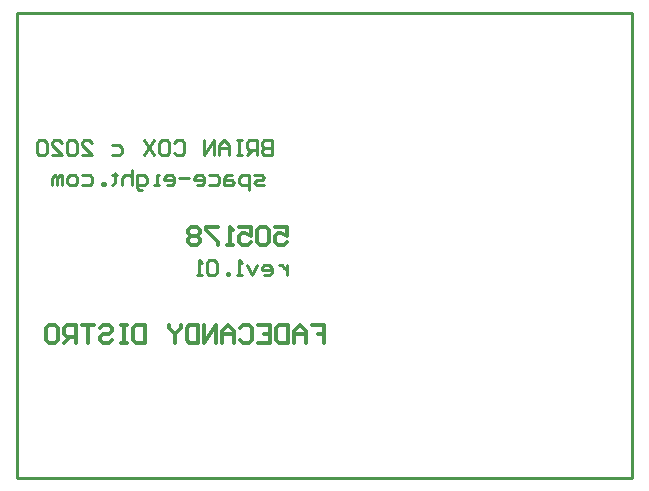
<source format=gbo>
%FSLAX25Y25*%
%MOIN*%
G70*
G01*
G75*
G04 Layer_Color=33789*
%ADD10C,0.02500*%
%ADD11C,0.05000*%
%ADD12C,0.06500*%
%ADD13R,0.06500X0.06500*%
%ADD14C,0.16500*%
%ADD15R,0.09000X0.09000*%
%ADD16C,0.09000*%
%ADD17R,0.06500X0.06500*%
%ADD18C,0.01000*%
%ADD19C,0.01200*%
D18*
X400000Y495000D02*
X605000D01*
Y650000D01*
X400000D02*
X605000D01*
X400000Y495000D02*
Y650000D01*
X431668Y605832D02*
X434167D01*
X435000Y604999D01*
Y603333D01*
X434167Y602500D01*
X431668D01*
X421671D02*
X425003D01*
X421671Y605832D01*
Y606665D01*
X422504Y607498D01*
X424170D01*
X425003Y606665D01*
X420005D02*
X419172Y607498D01*
X417506D01*
X416673Y606665D01*
Y603333D01*
X417506Y602500D01*
X419172D01*
X420005Y603333D01*
Y606665D01*
X411674Y602500D02*
X415006D01*
X411674Y605832D01*
Y606665D01*
X412507Y607498D01*
X414173D01*
X415006Y606665D01*
X410008D02*
X409175Y607498D01*
X407509D01*
X406676Y606665D01*
Y603333D01*
X407509Y602500D01*
X409175D01*
X410008Y603333D01*
Y606665D01*
X482500Y592500D02*
X480001D01*
X479168Y593333D01*
X480001Y594166D01*
X481667D01*
X482500Y594999D01*
X481667Y595832D01*
X479168D01*
X477502Y590834D02*
Y595832D01*
X475002D01*
X474169Y594999D01*
Y593333D01*
X475002Y592500D01*
X477502D01*
X471670Y595832D02*
X470004D01*
X469171Y594999D01*
Y592500D01*
X471670D01*
X472503Y593333D01*
X471670Y594166D01*
X469171D01*
X464173Y595832D02*
X466672D01*
X467505Y594999D01*
Y593333D01*
X466672Y592500D01*
X464173D01*
X460007D02*
X461673D01*
X462506Y593333D01*
Y594999D01*
X461673Y595832D01*
X460007D01*
X459174Y594999D01*
Y594166D01*
X462506D01*
X457508Y594999D02*
X454176D01*
X450010Y592500D02*
X451677D01*
X452510Y593333D01*
Y594999D01*
X451677Y595832D01*
X450010D01*
X449178Y594999D01*
Y594166D01*
X452510D01*
X447511Y592500D02*
X445845D01*
X446678D01*
Y595832D01*
X447511D01*
X441680Y590834D02*
X440847D01*
X440014Y591667D01*
Y595832D01*
X442513D01*
X443346Y594999D01*
Y593333D01*
X442513Y592500D01*
X440014D01*
X438348Y597498D02*
Y592500D01*
Y594999D01*
X437515Y595832D01*
X435848D01*
X435015Y594999D01*
Y592500D01*
X432516Y596665D02*
Y595832D01*
X433349D01*
X431683D01*
X432516D01*
Y593333D01*
X431683Y592500D01*
X429184D02*
Y593333D01*
X428351D01*
Y592500D01*
X429184D01*
X421686Y595832D02*
X424186D01*
X425019Y594999D01*
Y593333D01*
X424186Y592500D01*
X421686D01*
X419187D02*
X417521D01*
X416688Y593333D01*
Y594999D01*
X417521Y595832D01*
X419187D01*
X420020Y594999D01*
Y593333D01*
X419187Y592500D01*
X415022D02*
Y595832D01*
X414189D01*
X413356Y594999D01*
Y592500D01*
Y594999D01*
X412523Y595832D01*
X411690Y594999D01*
Y592500D01*
X490000Y565832D02*
Y562500D01*
Y564166D01*
X489167Y564999D01*
X488334Y565832D01*
X487501D01*
X482502Y562500D02*
X484169D01*
X485002Y563333D01*
Y564999D01*
X484169Y565832D01*
X482502D01*
X481669Y564999D01*
Y564166D01*
X485002D01*
X480003Y565832D02*
X478337Y562500D01*
X476671Y565832D01*
X475005Y562500D02*
X473339D01*
X474172D01*
Y567498D01*
X475005Y566665D01*
X470840Y562500D02*
Y563333D01*
X470007D01*
Y562500D01*
X470840D01*
X466674Y566665D02*
X465841Y567498D01*
X464175D01*
X463342Y566665D01*
Y563333D01*
X464175Y562500D01*
X465841D01*
X466674Y563333D01*
Y566665D01*
X461676Y562500D02*
X460010D01*
X460843D01*
Y567498D01*
X461676Y566665D01*
X485000Y607498D02*
Y602500D01*
X482501D01*
X481668Y603333D01*
Y604166D01*
X482501Y604999D01*
X485000D01*
X482501D01*
X481668Y605832D01*
Y606665D01*
X482501Y607498D01*
X485000D01*
X480002Y602500D02*
Y607498D01*
X477502D01*
X476669Y606665D01*
Y604999D01*
X477502Y604166D01*
X480002D01*
X478336D02*
X476669Y602500D01*
X475003Y607498D02*
X473337D01*
X474170D01*
Y602500D01*
X475003D01*
X473337D01*
X470838D02*
Y605832D01*
X469172Y607498D01*
X467506Y605832D01*
Y602500D01*
Y604999D01*
X470838D01*
X465839Y602500D02*
Y607498D01*
X462507Y602500D01*
Y607498D01*
X452510Y606665D02*
X453344Y607498D01*
X455010D01*
X455843Y606665D01*
Y603333D01*
X455010Y602500D01*
X453344D01*
X452510Y603333D01*
X448345Y607498D02*
X450011D01*
X450844Y606665D01*
Y603333D01*
X450011Y602500D01*
X448345D01*
X447512Y603333D01*
Y606665D01*
X448345Y607498D01*
X445846D02*
X442514Y602500D01*
Y607498D02*
X445846Y602500D01*
D19*
X486001Y578498D02*
X490000D01*
Y575499D01*
X488001Y576499D01*
X487001D01*
X486001Y575499D01*
Y573500D01*
X487001Y572500D01*
X489000D01*
X490000Y573500D01*
X484002Y577498D02*
X483002Y578498D01*
X481003D01*
X480003Y577498D01*
Y573500D01*
X481003Y572500D01*
X483002D01*
X484002Y573500D01*
Y577498D01*
X474005Y578498D02*
X478004D01*
Y575499D01*
X476005Y576499D01*
X475005D01*
X474005Y575499D01*
Y573500D01*
X475005Y572500D01*
X477004D01*
X478004Y573500D01*
X472006Y572500D02*
X470007D01*
X471006D01*
Y578498D01*
X472006Y577498D01*
X467007Y578498D02*
X463009D01*
Y577498D01*
X467007Y573500D01*
Y572500D01*
X461009Y577498D02*
X460010Y578498D01*
X458010D01*
X457011Y577498D01*
Y576499D01*
X458010Y575499D01*
X457011Y574499D01*
Y573500D01*
X458010Y572500D01*
X460010D01*
X461009Y573500D01*
Y574499D01*
X460010Y575499D01*
X461009Y576499D01*
Y577498D01*
X460010Y575499D02*
X458010D01*
X498501Y545998D02*
X502500D01*
Y542999D01*
X500501D01*
X502500D01*
Y540000D01*
X496502D02*
Y543999D01*
X494503Y545998D01*
X492503Y543999D01*
Y540000D01*
Y542999D01*
X496502D01*
X490504Y545998D02*
Y540000D01*
X487505D01*
X486505Y541000D01*
Y544998D01*
X487505Y545998D01*
X490504D01*
X480507D02*
X484506D01*
Y540000D01*
X480507D01*
X484506Y542999D02*
X482507D01*
X474509Y544998D02*
X475509Y545998D01*
X477508D01*
X478508Y544998D01*
Y541000D01*
X477508Y540000D01*
X475509D01*
X474509Y541000D01*
X472510Y540000D02*
Y543999D01*
X470510Y545998D01*
X468511Y543999D01*
Y540000D01*
Y542999D01*
X472510D01*
X466512Y540000D02*
Y545998D01*
X462513Y540000D01*
Y545998D01*
X460514D02*
Y540000D01*
X457514D01*
X456515Y541000D01*
Y544998D01*
X457514Y545998D01*
X460514D01*
X454516D02*
Y544998D01*
X452516Y542999D01*
X450517Y544998D01*
Y545998D01*
X452516Y542999D02*
Y540000D01*
X442519Y545998D02*
Y540000D01*
X439520D01*
X438521Y541000D01*
Y544998D01*
X439520Y545998D01*
X442519D01*
X436521D02*
X434522D01*
X435522D01*
Y540000D01*
X436521D01*
X434522D01*
X427524Y544998D02*
X428524Y545998D01*
X430523D01*
X431523Y544998D01*
Y543999D01*
X430523Y542999D01*
X428524D01*
X427524Y541999D01*
Y541000D01*
X428524Y540000D01*
X430523D01*
X431523Y541000D01*
X425525Y545998D02*
X421526D01*
X423526D01*
Y540000D01*
X419527D02*
Y545998D01*
X416528D01*
X415528Y544998D01*
Y542999D01*
X416528Y541999D01*
X419527D01*
X417527D02*
X415528Y540000D01*
X410530Y545998D02*
X412529D01*
X413529Y544998D01*
Y541000D01*
X412529Y540000D01*
X410530D01*
X409530Y541000D01*
Y544998D01*
X410530Y545998D01*
M02*

</source>
